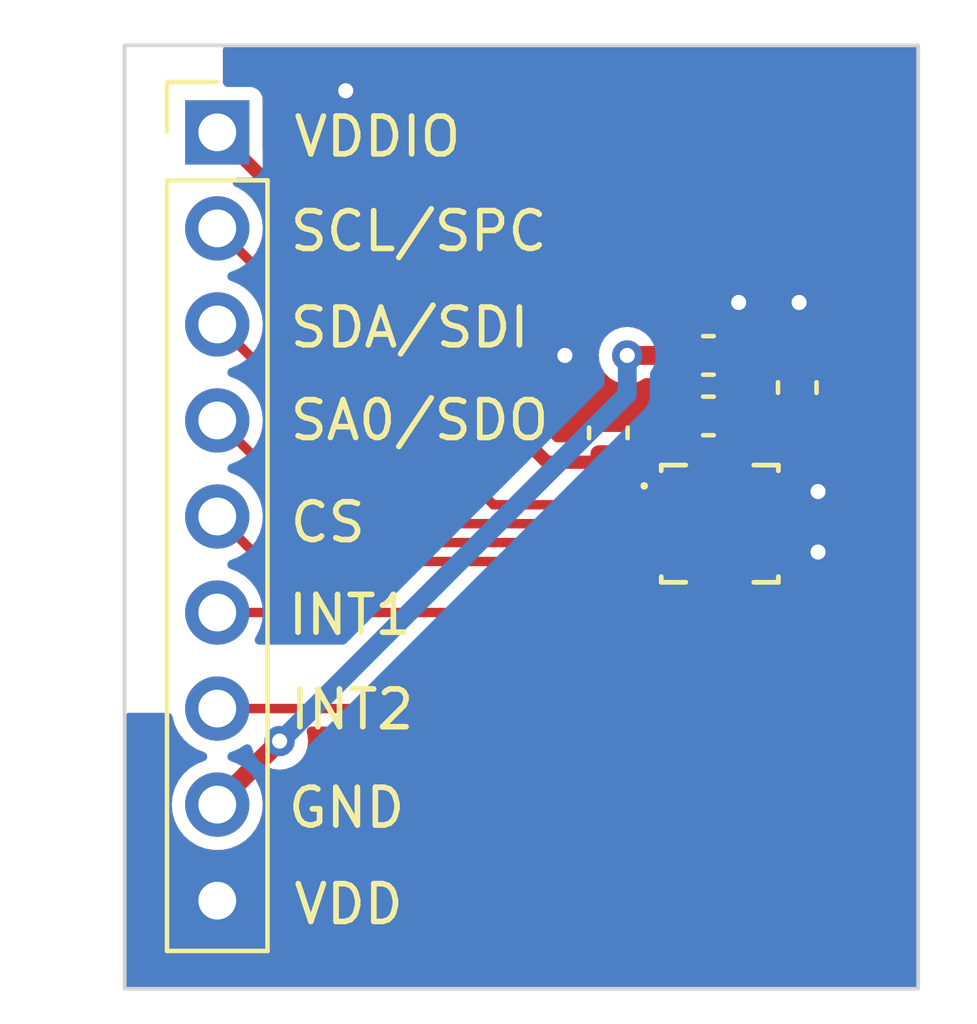
<source format=kicad_pcb>
(kicad_pcb (version 20221018) (generator pcbnew)
  (layers (0 "F.Cu" signal) (31 "B.Cu" signal) (34 "B.Paste" user) (35 "F.Paste" user) (36 "B.SilkS" user "B.Silkscreen") (37 "F.SilkS" user "F.Silkscreen") (38 "B.Mask" user) (39 "F.Mask" user) (44 "Edge.Cuts" user))
  (net 0 "")
  (net 1 "Net-(U1-REGOUT)")
  (net 2 "GNDPWR")
  (net 3 "Net-(U1-VDD)")
  (net 4 "Net-(U1-VDDIO)")
  (net 5 "Net-(U1-SCL{slash}SPC)")
  (net 6 "Net-(U1-SDA{slash}SDI)")
  (net 7 "Net-(U1-SA0{slash}SDO)")
  (net 8 "Net-(U1-CS)")
  (net 9 "Net-(U1-INT)")
  (net 10 "Net-(U1-INT2)")
  (footprint "Capacitor_SMD:C_0603_1608Metric" (layer "F.Cu") (at 148.65 97.45 90)
    (fp_text reference "C1" hide)
    (fp_text value "0.47u")
    (fp_line (start -0.14058 -0.51) (end 0.14058 -0.51) (stroke (width 0.12)) (layer "F.SilkS"))
    (fp_line (start -0.14058 0.51) (end 0.14058 0.51) (stroke (width 0.12)) (layer "F.SilkS"))
    (pad "1" smd roundrect (at -0.775 0 90) (size 0.9 0.95) (layers "F.Cu" "F.Paste" "F.Mask") (net 1 "Net-(U1-REGOUT)"))
    (pad "2" smd roundrect (at 0.775 0 90) (size 0.9 0.95) (layers "F.Cu" "F.Paste" "F.Mask") (net 2 "GNDPWR"))
  )
  (footprint "Capacitor_SMD:C_0603_1608Metric" (layer "F.Cu") (at 146.3 98.2 180)
    (fp_text reference "C4" hide)
    (fp_text value "2.2u")
    (fp_line (start -0.14058 -0.51) (end 0.14058 -0.51) (stroke (width 0.12)) (layer "F.SilkS"))
    (fp_line (start -0.14058 0.51) (end 0.14058 0.51) (stroke (width 0.12)) (layer "F.SilkS"))
    (pad "1" smd roundrect (at -0.775 0 180) (size 0.9 0.95) (layers "F.Cu" "F.Paste" "F.Mask") (net 2 "GNDPWR"))
    (pad "2" smd roundrect (at 0.775 0 180) (size 0.9 0.95) (layers "F.Cu" "F.Paste" "F.Mask") (net 3 "Net-(U1-VDD)"))
  )
  (footprint "Capacitor_SMD:C_0603_1608Metric" (layer "F.Cu") (at 143.65 98.65 90)
    (fp_text reference "C3" hide)
    (fp_text value "10n")
    (fp_line (start -0.14058 -0.51) (end 0.14058 -0.51) (stroke (width 0.12)) (layer "F.SilkS"))
    (fp_line (start -0.14058 0.51) (end 0.14058 0.51) (stroke (width 0.12)) (layer "F.SilkS"))
    (pad "1" smd roundrect (at -0.775 0 90) (size 0.9 0.95) (layers "F.Cu" "F.Paste" "F.Mask") (net 4 "Net-(U1-VDDIO)"))
    (pad "2" smd roundrect (at 0.775 0 90) (size 0.9 0.95) (layers "F.Cu" "F.Paste" "F.Mask") (net 2 "GNDPWR"))
  )
  (footprint "Connector_PinHeader_2.54mm:PinHeader_1x09_P2.54mm_Vertical" (layer "F.Cu") (at 133.3 90.7)
    (fp_text reference "U2" hide)
    (fp_text value "~")
    (fp_line (start -1.33 -1.33) (end 0 -1.33) (stroke (width 0.12)) (layer "F.SilkS"))
    (fp_line (start -1.33 0) (end -1.33 -1.33) (stroke (width 0.12)) (layer "F.SilkS"))
    (fp_line (start -1.33 1.27) (end -1.33 21.65) (stroke (width 0.12)) (layer "F.SilkS"))
    (fp_line (start -1.33 1.27) (end 1.33 1.27) (stroke (width 0.12)) (layer "F.SilkS"))
    (fp_line (start -1.33 21.65) (end 1.33 21.65) (stroke (width 0.12)) (layer "F.SilkS"))
    (fp_line (start 1.33 1.27) (end 1.33 21.65) (stroke (width 0.12)) (layer "F.SilkS"))
    (pad "1" thru_hole rect (at 0 0) (size 1.7 1.7) (drill 1) (layers "*.Cu" "*.Mask") (net 4 "Net-(U1-VDDIO)"))
    (pad "2" thru_hole oval (at 0 2.54) (size 1.7 1.7) (drill 1) (layers "*.Cu" "*.Mask") (net 5 "Net-(U1-SCL{slash}SPC)"))
    (pad "3" thru_hole oval (at 0 5.08) (size 1.7 1.7) (drill 1) (layers "*.Cu" "*.Mask") (net 6 "Net-(U1-SDA{slash}SDI)"))
    (pad "4" thru_hole oval (at 0 7.62) (size 1.7 1.7) (drill 1) (layers "*.Cu" "*.Mask") (net 7 "Net-(U1-SA0{slash}SDO)"))
    (pad "5" thru_hole oval (at 0 10.16) (size 1.7 1.7) (drill 1) (layers "*.Cu" "*.Mask") (net 8 "Net-(U1-CS)"))
    (pad "6" thru_hole oval (at 0 12.7) (size 1.7 1.7) (drill 1) (layers "*.Cu" "*.Mask") (net 9 "Net-(U1-INT)"))
    (pad "7" thru_hole oval (at 0 15.24) (size 1.7 1.7) (drill 1) (layers "*.Cu" "*.Mask") (net 10 "Net-(U1-INT2)"))
    (pad "8" thru_hole oval (at 0 17.78) (size 1.7 1.7) (drill 1) (layers "*.Cu" "*.Mask") (net 3 "Net-(U1-VDD)"))
    (pad "9" thru_hole oval (at 0 20.32) (size 1.7 1.7) (drill 1) (layers "*.Cu" "*.Mask") (net 2 "GNDPWR"))
  )
  (footprint "Capacitor_SMD:C_0603_1608Metric" (layer "F.Cu") (at 146.3 96.6 180)
    (fp_text reference "C2" hide)
    (fp_text value "0.1u")
    (fp_line (start -0.14058 -0.51) (end 0.14058 -0.51) (stroke (width 0.12)) (layer "F.SilkS"))
    (fp_line (start -0.14058 0.51) (end 0.14058 0.51) (stroke (width 0.12)) (layer "F.SilkS"))
    (pad "1" smd roundrect (at -0.775 0 180) (size 0.9 0.95) (layers "F.Cu" "F.Paste" "F.Mask") (net 2 "GNDPWR"))
    (pad "2" smd roundrect (at 0.775 0 180) (size 0.9 0.95) (layers "F.Cu" "F.Paste" "F.Mask") (net 3 "Net-(U1-VDD)"))
  )
  (footprint "IAM-20380HT:PQFN50P300X300X80-16N" (layer "F.Cu") (at 146.6 101.05)
    (fp_text reference "U1" hide)
    (fp_text value "IAM-20380")
    (fp_line (start -1.55 -1.55) (end -0.9 -1.55) (stroke (width 0.127)) (layer "F.SilkS"))
    (fp_line (start -1.55 -1.4) (end -1.55 -1.55) (stroke (width 0.127)) (layer "F.SilkS"))
    (fp_line (start -1.55 1.4) (end -1.55 1.55) (stroke (width 0.127)) (layer "F.SilkS"))
    (fp_line (start -1.55 1.55) (end -0.9 1.55) (stroke (width 0.127)) (layer "F.SilkS"))
    (fp_line (start 0.9 -1.55) (end 1.55 -1.55) (stroke (width 0.127)) (layer "F.SilkS"))
    (fp_line (start 0.9 1.55) (end 1.55 1.55) (stroke (width 0.127)) (layer "F.SilkS"))
    (fp_line (start 1.55 -1.55) (end 1.55 -1.4) (stroke (width 0.127)) (layer "F.SilkS"))
    (fp_line (start 1.55 1.55) (end 1.55 1.4) (stroke (width 0.127)) (layer "F.SilkS"))
    (fp_circle (center -2 -1) (end -1.95 -1) (stroke (width 0.1)) (fill none) (layer "F.SilkS"))
    (pad "1" smd roundrect (at -1.26 -1) (size 0.49 0.35) (layers "F.Cu" "F.Paste" "F.Mask") (roundrect_rratio 0.04) (net 4 "Net-(U1-VDDIO)"))
    (pad "2" smd roundrect (at -1.26 -0.5) (size 0.49 0.35) (layers "F.Cu" "F.Paste" "F.Mask") (roundrect_rratio 0.04) (net 5 "Net-(U1-SCL{slash}SPC)"))
    (pad "3" smd roundrect (at -1.26 0) (size 0.49 0.35) (layers "F.Cu" "F.Paste" "F.Mask") (roundrect_rratio 0.04) (net 6 "Net-(U1-SDA{slash}SDI)"))
    (pad "4" smd roundrect (at -1.26 0.5) (size 0.49 0.35) (layers "F.Cu" "F.Paste" "F.Mask") (roundrect_rratio 0.04) (net 7 "Net-(U1-SA0{slash}SDO)"))
    (pad "5" smd roundrect (at -1.26 1) (size 0.49 0.35) (layers "F.Cu" "F.Paste" "F.Mask") (roundrect_rratio 0.04) (net 8 "Net-(U1-CS)"))
    (pad "6" smd roundrect (at -0.5 1.26 90) (size 0.49 0.35) (layers "F.Cu" "F.Paste" "F.Mask") (roundrect_rratio 0.04) (net 9 "Net-(U1-INT)"))
    (pad "7" smd roundrect (at 0 1.26 90) (size 0.49 0.35) (layers "F.Cu" "F.Paste" "F.Mask") (roundrect_rratio 0.04) (net 10 "Net-(U1-INT2)"))
    (pad "8" smd roundrect (at 0.5 1.26 90) (size 0.49 0.35) (layers "F.Cu" "F.Paste" "F.Mask") (roundrect_rratio 0.04) (net 2 "GNDPWR"))
    (pad "9" smd roundrect (at 1.26 1 180) (size 0.49 0.35) (layers "F.Cu" "F.Paste" "F.Mask") (roundrect_rratio 0.04) (net 2 "GNDPWR"))
    (pad "10" smd roundrect (at 1.26 0.5 180) (size 0.49 0.35) (layers "F.Cu" "F.Paste" "F.Mask") (roundrect_rratio 0.04) (net 2 "GNDPWR"))
    (pad "11" smd roundrect (at 1.26 0 180) (size 0.49 0.35) (layers "F.Cu" "F.Paste" "F.Mask") (roundrect_rratio 0.04) (net 2 "GNDPWR"))
    (pad "12" smd roundrect (at 1.26 -0.5 180) (size 0.49 0.35) (layers "F.Cu" "F.Paste" "F.Mask") (roundrect_rratio 0.04) (net 2 "GNDPWR"))
    (pad "13" smd roundrect (at 1.26 -1 180) (size 0.49 0.35) (layers "F.Cu" "F.Paste" "F.Mask") (roundrect_rratio 0.04) (net 2 "GNDPWR"))
    (pad "14" smd roundrect (at 0.5 -1.26 270) (size 0.49 0.35) (layers "F.Cu" "F.Paste" "F.Mask") (roundrect_rratio 0.04) (net 1 "Net-(U1-REGOUT)"))
    (pad "15" smd roundrect (at 0 -1.26 270) (size 0.49 0.35) (layers "F.Cu" "F.Paste" "F.Mask") (roundrect_rratio 0.04) (net 2 "GNDPWR"))
    (pad "16" smd roundrect (at -0.5 -1.26 270) (size 0.49 0.35) (layers "F.Cu" "F.Paste" "F.Mask") (roundrect_rratio 0.04) (net 3 "Net-(U1-VDD)"))
    (zone (net 0) (net_name "") (layer "F.Cu") (connect_pads (clearance 0)) (min_thickness 0.01)
      (keepout (tracks not_allowed) (vias not_allowed) (pads not_allowed) (copperpour not_allowed) (footprints allowed))
      (fill (thermal_gap 0.508) (thermal_bridge_width 0.508))
      (polygon (pts (xy 145.8 100.25) (xy 147.4 100.25) (xy 147.4 101.85) (xy 145.8 101.85)))
    )
  )
  (gr_rect (start 130.85 88.4) (end 151.85 113.35) (stroke (width 0.1)) (fill none) (layer "Edge.Cuts"))
  (gr_text "INT1" (at 135.1 104.05) (layer "F.SilkS") (effects (font (size 1 1)) (justify left bottom)))
  (gr_text "INT2" (at 135.15 106.55) (layer "F.SilkS") (effects (font (size 1 1)) (justify left bottom)))
  (gr_text "CS" (at 135.15 101.6) (layer "F.SilkS") (effects (font (size 1 1)) (justify left bottom)))
  (gr_text "VDDIO" (at 135.25 91.4) (layer "F.SilkS") (effects (font (size 1 1)) (justify left bottom)))
  (gr_text "SA0/SDO" (at 135.15 98.9) (layer "F.SilkS") (effects (font (size 1 1)) (justify left bottom)))
  (gr_text "GND\n" (at 135.1 109.15) (layer "F.SilkS") (effects (font (size 1 1)) (justify left bottom)))
  (gr_text "VDD" (at 135.25 111.7) (layer "F.SilkS") (effects (font (size 1 1)) (justify left bottom)))
  (gr_text "SCL/SPC" (at 135.15 93.9) (layer "F.SilkS") (effects (font (size 1 1)) (justify left bottom)))
  (gr_text "SDA/SDI" (at 135.15 96.45) (layer "F.SilkS") (effects (font (size 1 1)) (justify left bottom)))
  (segment (start 147.3 99.2) (end 148.3 99.2) (width 0.25) (layer "F.Cu") (net 1))
  (segment (start 148.3 99.2) (end 148.65 98.85) (width 0.25) (layer "F.Cu") (net 1))
  (segment (start 147.1 99.4) (end 147.3 99.2) (width 0.25) (layer "F.Cu") (net 1))
  (segment (start 148.65 98.85) (end 148.65 98.225) (width 0.25) (layer "F.Cu") (net 1))
  (segment (start 147.1 99.79) (end 147.1 99.4) (width 0.25) (layer "F.Cu") (net 1))
  (segment (start 133.3 111) (end 133.3 111.02) (width 0.5) (layer "F.Cu") (net 2))
  (segment (start 146.6 99.79) (end 146.6 99.25) (width 0.25) (layer "F.Cu") (net 2))
  (segment (start 146.6 99.25) (end 147.075 98.775) (width 0.25) (layer "F.Cu") (net 2))
  (segment (start 147.075 98.775) (end 147.075 98.2) (width 0.25) (layer "F.Cu") (net 2))
  (via (at 149.2 101.8) (size 0.8) (drill 0.4) (layers "F.Cu" "B.Cu") (net 2))
  (via (at 148.7 95.2) (size 0.8) (drill 0.4) (layers "F.Cu" "B.Cu") (net 2))
  (via (at 142.5 96.6) (size 0.8) (drill 0.4) (layers "F.Cu" "B.Cu") (net 2))
  (via (at 147.1 95.2) (size 0.8) (drill 0.4) (layers "F.Cu" "B.Cu") (net 2))
  (via (at 136.7 89.6) (size 0.8) (drill 0.4) (layers "F.Cu" "B.Cu") (net 2))
  (via (at 149.2 100.2) (size 0.8) (drill 0.4) (layers "F.Cu" "B.Cu") (net 2))
  (segment (start 145.525 96.6) (end 145.525 98.2) (width 0.5) (layer "F.Cu") (net 3))
  (segment (start 146.1 99.4) (end 145.525 98.825) (width 0.25) (layer "F.Cu") (net 3))
  (segment (start 133.3 108.45) (end 133.3 108.48) (width 0.5) (layer "F.Cu") (net 3))
  (segment (start 146.1 99.79) (end 146.1 99.4) (width 0.25) (layer "F.Cu") (net 3))
  (segment (start 144.15 96.6) (end 145.525 96.6) (width 0.5) (layer "F.Cu") (net 3))
  (segment (start 134.95 106.8) (end 133.3 108.45) (width 0.5) (layer "F.Cu") (net 3))
  (segment (start 145.525 98.825) (end 145.525 98.2) (width 0.25) (layer "F.Cu") (net 3))
  (via (at 134.95 106.8) (size 0.8) (drill 0.4) (layers "F.Cu" "B.Cu") (net 3))
  (via (at 144.15 96.6) (size 0.8) (drill 0.4) (layers "F.Cu" "B.Cu") (net 3))
  (segment (start 134.975 106.8) (end 144.15 97.625) (width 0.5) (layer "B.Cu") (net 3))
  (segment (start 144.15 97.625) (end 144.15 96.6) (width 0.5) (layer "B.Cu") (net 3))
  (segment (start 134.95 106.8) (end 134.975 106.8) (width 0.5) (layer "B.Cu") (net 3))
  (segment (start 145.34 100.05) (end 145.34 99.69) (width 0.35) (layer "F.Cu") (net 4))
  (segment (start 145.34 99.69) (end 145.1 99.45) (width 0.35) (layer "F.Cu") (net 4))
  (segment (start 145.1 99.45) (end 143.675 99.45) (width 0.35) (layer "F.Cu") (net 4))
  (segment (start 142.025 99.425) (end 143.65 99.425) (width 0.35) (layer "F.Cu") (net 4))
  (segment (start 133.3 90.7) (end 142.025 99.425) (width 0.35) (layer "F.Cu") (net 4))
  (segment (start 143.675 99.45) (end 143.65 99.425) (width 0.35) (layer "F.Cu") (net 4))
  (segment (start 133.3 93.24) (end 140.61 100.55) (width 0.25) (layer "F.Cu") (net 5))
  (segment (start 140.61 100.55) (end 145.34 100.55) (width 0.25) (layer "F.Cu") (net 5))
  (segment (start 133.33 95.78) (end 138.6 101.05) (width 0.25) (layer "F.Cu") (net 6))
  (segment (start 133.3 95.78) (end 133.33 95.78) (width 0.25) (layer "F.Cu") (net 6))
  (segment (start 138.6 101.05) (end 145.34 101.05) (width 0.25) (layer "F.Cu") (net 6))
  (segment (start 133.32 98.32) (end 136.55 101.55) (width 0.25) (layer "F.Cu") (net 7))
  (segment (start 133.3 98.32) (end 133.32 98.32) (width 0.25) (layer "F.Cu") (net 7))
  (segment (start 136.55 101.55) (end 145.34 101.55) (width 0.25) (layer "F.Cu") (net 7))
  (segment (start 134.5 102.05) (end 145.34 102.05) (width 0.25) (layer "F.Cu") (net 8))
  (segment (start 133.31 100.86) (end 134.5 102.05) (width 0.25) (layer "F.Cu") (net 8))
  (segment (start 133.3 100.86) (end 133.31 100.86) (width 0.25) (layer "F.Cu") (net 8))
  (segment (start 145.45 103.4) (end 146.1 102.75) (width 0.25) (layer "F.Cu") (net 9))
  (segment (start 133.3 103.4) (end 145.45 103.4) (width 0.25) (layer "F.Cu") (net 9))
  (segment (start 146.1 102.75) (end 146.1 102.31) (width 0.25) (layer "F.Cu") (net 9))
  (segment (start 133.3 105.94) (end 143.61 105.94) (width 0.25) (layer "F.Cu") (net 10))
  (segment (start 146.6 102.95) (end 146.6 102.31) (width 0.25) (layer "F.Cu") (net 10))
  (segment (start 143.61 105.94) (end 146.6 102.95) (width 0.25) (layer "F.Cu") (net 10))
  (zone (net 0) (net_name "") (layers "F&B.Cu") (connect_pads yes (clearance 0)) (min_thickness 0.25)
    (keepout (tracks allowed) (vias allowed) (pads allowed) (copperpour not_allowed) (footprints allowed))
    (fill (thermal_gap 0.5) (thermal_bridge_width 0.5))
    (polygon (pts (xy 133.365063 87.204894) (xy 133.380902 87.204894) (xy 133.393715 87.214203) (xy 133.408779 87.219098) (xy 133.418088 87.231911) (xy 133.430902 87.241221) (xy 133.435796 87.256284) (xy 133.445106 87.269098) (xy 133.445106 87.284937) (xy 133.45 87.3) (xy 133.45 105.95) (xy 133.445106 105.965062) (xy 133.445106 105.980902) (xy 133.435796 105.993715) (xy 133.430902 106.008779) (xy 133.418088 106.018088) (xy 133.408779 106.030902) (xy 133.393715 106.035796) (xy 133.380902 106.045106) (xy 133.365063 106.045106) (xy 133.35 106.05) (xy 127.65 106.05) (xy 127.634937 106.045106) (xy 127.619098 106.045106) (xy 127.606284 106.035796) (xy 127.591221 106.030902) (xy 127.581911 106.018088) (xy 127.569098 106.008779) (xy 127.564203 105.993715) (xy 127.554894 105.980902) (xy 127.554893 105.965062) (xy 127.55 105.95) (xy 127.55 87.3) (xy 127.554893 87.284937) (xy 127.554894 87.269098) (xy 127.564203 87.256284) (xy 127.569098 87.241221) (xy 127.581911 87.231911) (xy 127.591221 87.219098) (xy 127.606284 87.214203) (xy 127.619098 87.204894) (xy 127.634937 87.204894) (xy 127.65 87.2) (xy 133.35 87.2)))
  )
  (zone (net 2) (net_name "GNDPWR") (layers "F&B.Cu") (connect_pads yes (clearance 0.35)) (min_thickness 0.25) (fill yes (thermal_gap 0.5) (thermal_bridge_width 0.5))
    (polygon (pts (xy 152.715063 87.804894) (xy 152.730902 87.804894) (xy 152.743715 87.814203) (xy 152.758779 87.819098) (xy 152.768088 87.831911) (xy 152.780902 87.841221) (xy 152.785796 87.856284) (xy 152.795106 87.869098) (xy 152.795106 87.884937) (xy 152.8 87.9) (xy 152.8 114.2) (xy 152.795106 114.215062) (xy 152.795106 114.230902) (xy 152.785796 114.243715) (xy 152.780902 114.258779) (xy 152.768088 114.268088) (xy 152.758779 114.280902) (xy 152.743715 114.285796) (xy 152.730902 114.295106) (xy 152.715063 114.295106) (xy 152.7 114.3) (xy 130.2 114.3) (xy 130.184937 114.295106) (xy 130.169098 114.295106) (xy 130.156284 114.285796) (xy 130.141221 114.280902) (xy 130.131911 114.268088) (xy 130.119098 114.258779) (xy 130.114203 114.243715) (xy 130.104894 114.230902) (xy 130.104893 114.215062) (xy 130.1 114.2) (xy 130.1 87.9) (xy 130.104893 87.884937) (xy 130.104894 87.869098) (xy 130.114203 87.856284) (xy 130.119098 87.841221) (xy 130.131911 87.831911) (xy 130.141221 87.819098) (xy 130.156284 87.814203) (xy 130.169098 87.804894) (xy 130.184937 87.804894) (xy 130.2 87.8) (xy 152.7 87.8)))
  )
  (zone (net 0) (net_name "") (layer "B.Cu") (connect_pads yes (clearance 0)) (min_thickness 0.25)
    (keepout (tracks allowed) (vias allowed) (pads allowed) (copperpour not_allowed) (footprints allowed))
    (fill (thermal_gap 0.5) (thermal_bridge_width 0.5))
    (polygon (pts (xy 136.75 105) (xy 137.5 104.25) (xy 133.25 104.25) (xy 133.25 105)))
  )
)
</source>
